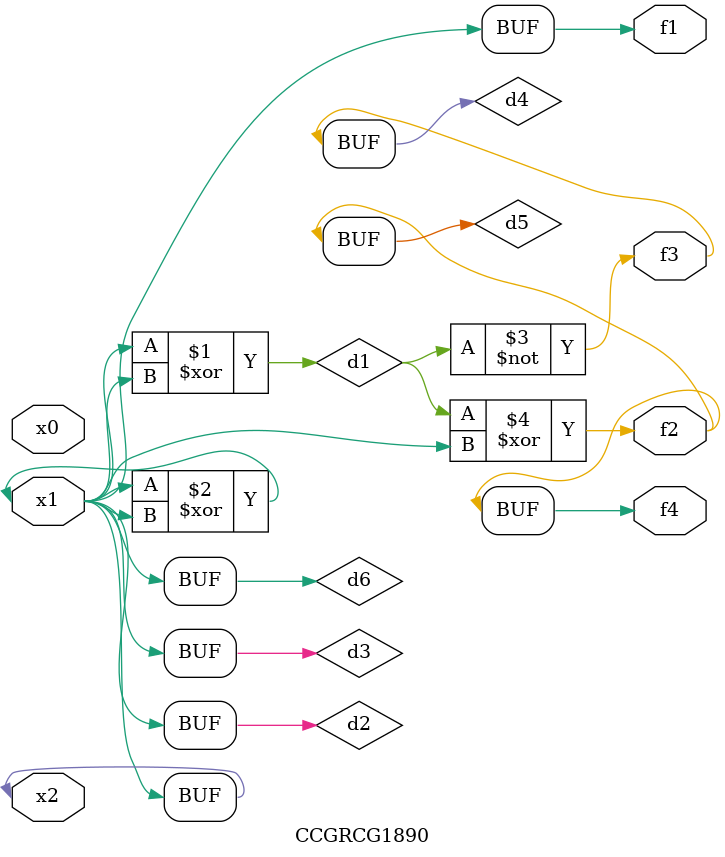
<source format=v>
module CCGRCG1890(
	input x0, x1, x2,
	output f1, f2, f3, f4
);

	wire d1, d2, d3, d4, d5, d6;

	xor (d1, x1, x2);
	buf (d2, x1, x2);
	xor (d3, x1, x2);
	nor (d4, d1);
	xor (d5, d1, d2);
	buf (d6, d2, d3);
	assign f1 = d6;
	assign f2 = d5;
	assign f3 = d4;
	assign f4 = d5;
endmodule

</source>
